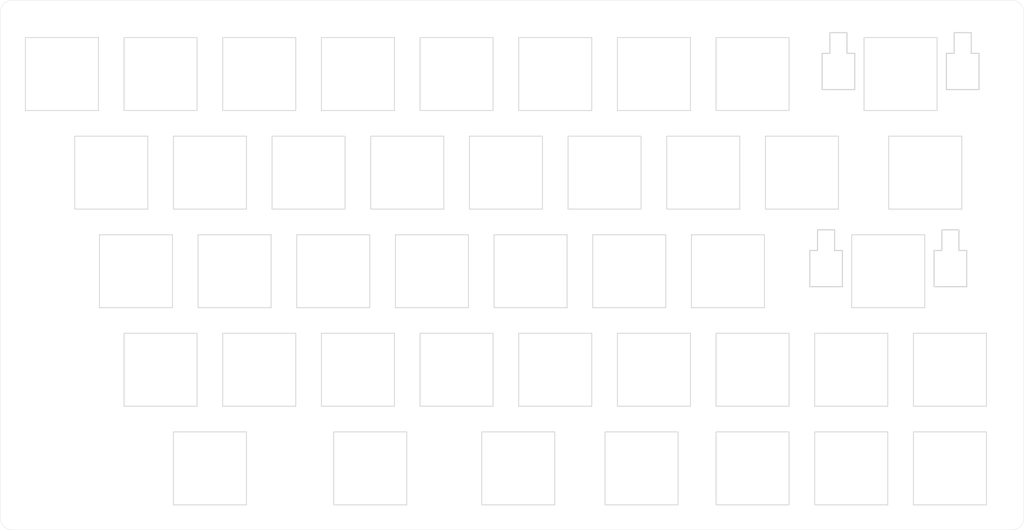
<source format=kicad_pcb>
(kicad_pcb (version 20240108) (generator "pcbnew") (generator_version "8.0")
  (layers (0 "F.Cu" signal) (31 "B.Cu" signal) (34 "B.Paste" user) (35 "F.Paste" user) (36 "B.SilkS" user "B.Silkscreen") (37 "F.SilkS" user "F.Silkscreen") (38 "B.Mask" user) (39 "F.Mask" user) (44 "Edge.Cuts" user))
  (net 0 "")
  (footprint "kbd_SW_Hole:SW_Hole_1u" (layer "F.Cu") (at 190.5 57.15)
    (property "Reference" "SW73" (hide yes))
    (property "Value" "SW_Push" (hide yes))
    (fp_line (start -7.05 -7.05) (end 7.05 -7.05) (stroke (width 0.15)) (layer "Edge.Cuts"))
    (fp_line (start -7.05 7.05) (end -7.05 -7.05) (stroke (width 0.15)) (layer "Edge.Cuts"))
    (fp_line (start 7.05 -7.05) (end 7.05 7.05) (stroke (width 0.15)) (layer "Edge.Cuts"))
    (fp_line (start 7.05 7.05) (end -7.05 7.05) (stroke (width 0.15)) (layer "Edge.Cuts"))
  )
  (footprint "kbd_SW_Hole:SW_Hole_1u" (layer "F.Cu") (at 85.725 57.15)
    (property "Reference" "SW49" (hide yes))
    (property "Value" "SW_Push" (hide yes))
    (fp_line (start -7.05 -7.05) (end 7.05 -7.05) (stroke (width 0.15)) (layer "Edge.Cuts"))
    (fp_line (start -7.05 7.05) (end -7.05 -7.05) (stroke (width 0.15)) (layer "Edge.Cuts"))
    (fp_line (start 7.05 -7.05) (end 7.05 7.05) (stroke (width 0.15)) (layer "Edge.Cuts"))
    (fp_line (start 7.05 7.05) (end -7.05 7.05) (stroke (width 0.15)) (layer "Edge.Cuts"))
  )
  (footprint "kbd_SW_Hole:SW_Hole_1u" (layer "F.Cu") (at 180.975 133.35)
    (property "Reference" "SW72" (hide yes))
    (property "Value" "SW_Push" (hide yes))
    (fp_line (start -7.05 -7.05) (end 7.05 -7.05) (stroke (width 0.15)) (layer "Edge.Cuts"))
    (fp_line (start -7.05 7.05) (end -7.05 -7.05) (stroke (width 0.15)) (layer "Edge.Cuts"))
    (fp_line (start 7.05 -7.05) (end 7.05 7.05) (stroke (width 0.15)) (layer "Edge.Cuts"))
    (fp_line (start 7.05 7.05) (end -7.05 7.05) (stroke (width 0.15)) (layer "Edge.Cuts"))
  )
  (footprint "kbd_SW_Hole:SW_Hole_1u" (layer "F.Cu") (at 195.2625 76.2)
    (property "Reference" "SW74" (hide yes))
    (property "Value" "SW_Push" (hide yes))
    (fp_line (start -7.05 -7.05) (end 7.05 -7.05) (stroke (width 0.15)) (layer "Edge.Cuts"))
    (fp_line (start -7.05 7.05) (end -7.05 -7.05) (stroke (width 0.15)) (layer "Edge.Cuts"))
    (fp_line (start 7.05 -7.05) (end 7.05 7.05) (stroke (width 0.15)) (layer "Edge.Cuts"))
    (fp_line (start 7.05 7.05) (end -7.05 7.05) (stroke (width 0.15)) (layer "Edge.Cuts"))
  )
  (footprint "kbd_SW_Hole:SW_Hole_1u" (layer "F.Cu") (at 161.925 57.15)
    (property "Reference" "SW68" (hide yes))
    (property "Value" "SW_Push" (hide yes))
    (fp_line (start -7.05 -7.05) (end 7.05 -7.05) (stroke (width 0.15)) (layer "Edge.Cuts"))
    (fp_line (start -7.05 7.05) (end -7.05 -7.05) (stroke (width 0.15)) (layer "Edge.Cuts"))
    (fp_line (start 7.05 -7.05) (end 7.05 7.05) (stroke (width 0.15)) (layer "Edge.Cuts"))
    (fp_line (start 7.05 7.05) (end -7.05 7.05) (stroke (width 0.15)) (layer "Edge.Cuts"))
  )
  (footprint "kbd_SW_Hole:SW_Hole_1u" (layer "F.Cu") (at 57.15 133.35)
    (property "Reference" "SW39" (hide yes))
    (property "Value" "SW_Push" (hide yes))
    (fp_line (start -7.05 -7.05) (end 7.05 -7.05) (stroke (width 0.15)) (layer "Edge.Cuts"))
    (fp_line (start -7.05 7.05) (end -7.05 -7.05) (stroke (width 0.15)) (layer "Edge.Cuts"))
    (fp_line (start 7.05 -7.05) (end 7.05 7.05) (stroke (width 0.15)) (layer "Edge.Cuts"))
    (fp_line (start 7.05 7.05) (end -7.05 7.05) (stroke (width 0.15)) (layer "Edge.Cuts"))
  )
  (footprint "kbd_SW_Hole:SW_Hole_1u" (layer "F.Cu") (at 200.025 114.3)
    (property "Reference" "SW75" (hide yes))
    (property "Value" "SW_Push" (hide yes))
    (fp_line (start -7.05 -7.05) (end 7.05 -7.05) (stroke (width 0.15)) (layer "Edge.Cuts"))
    (fp_line (start -7.05 7.05) (end -7.05 -7.05) (stroke (width 0.15)) (layer "Edge.Cuts"))
    (fp_line (start 7.05 -7.05) (end 7.05 7.05) (stroke (width 0.15)) (layer "Edge.Cuts"))
    (fp_line (start 7.05 7.05) (end -7.05 7.05) (stroke (width 0.15)) (layer "Edge.Cuts"))
  )
  (footprint "kbd_Hole:m2_Screw_Hole" (layer "F.Cu") (at 142.875 85.725)
    (property "Reference" "Ref**")
    (property "Value" "Val**" (hide yes))
    (pad "" np_thru_hole circle (at 0 0) (size 2.2 2.2) (drill 2.2) (layers "*.Cu" "*.Mask"))
  )
  (footprint "kbd_SW_Hole:SW_Hole_1u" (layer "F.Cu") (at 119.0625 95.25)
    (property "Reference" "SW56" (hide yes))
    (property "Value" "SW_Push" (hide yes))
    (fp_line (start -7.05 -7.05) (end 7.05 -7.05) (stroke (width 0.15)) (layer "Edge.Cuts"))
    (fp_line (start -7.05 7.05) (end -7.05 -7.05) (stroke (width 0.15)) (layer "Edge.Cuts"))
    (fp_line (start 7.05 -7.05) (end 7.05 7.05) (stroke (width 0.15)) (layer "Edge.Cuts"))
    (fp_line (start 7.05 7.05) (end -7.05 7.05) (stroke (width 0.15)) (layer "Edge.Cuts"))
  )
  (footprint "kbd_SW_Hole:SW_Hole_1u" (layer "F.Cu") (at 88.10625 133.35)
    (property "Reference" "SW48" (hide yes))
    (property "Value" "SW_Push" (hide yes))
    (fp_line (start -7.05 -7.05) (end 7.05 -7.05) (stroke (width 0.15)) (layer "Edge.Cuts"))
    (fp_line (start -7.05 7.05) (end -7.05 -7.05) (stroke (width 0.15)) (layer "Edge.Cuts"))
    (fp_line (start 7.05 -7.05) (end 7.05 7.05) (stroke (width 0.15)) (layer "Edge.Cuts"))
    (fp_line (start 7.05 7.05) (end -7.05 7.05) (stroke (width 0.15)) (layer "Edge.Cuts"))
  )
  (footprint "kbd_SW_Hole:SW_Hole_1u" (layer "F.Cu") (at 47.625 57.15)
    (property "Reference" "SW40" (hide yes))
    (property "Value" "SW_Push" (hide yes))
    (fp_line (start -7.05 -7.05) (end 7.05 -7.05) (stroke (width 0.15)) (layer "Edge.Cuts"))
    (fp_line (start -7.05 7.05) (end -7.05 -7.05) (stroke (width 0.15)) (layer "Edge.Cuts"))
    (fp_line (start 7.05 -7.05) (end 7.05 7.05) (stroke (width 0.15)) (layer "Edge.Cuts"))
    (fp_line (start 7.05 7.05) (end -7.05 7.05) (stroke (width 0.15)) (layer "Edge.Cuts"))
  )
  (footprint "kbd_SW_Hole:SW_Hole_1u" (layer "F.Cu") (at 114.3 76.2)
    (property "Reference" "SW55" (hide yes))
    (property "Value" "SW_Push" (hide yes))
    (fp_line (start -7.05 -7.05) (end 7.05 -7.05) (stroke (width 0.15)) (layer "Edge.Cuts"))
    (fp_line (start -7.05 7.05) (end -7.05 -7.05) (stroke (width 0.15)) (layer "Edge.Cuts"))
    (fp_line (start 7.05 -7.05) (end 7.05 7.05) (stroke (width 0.15)) (layer "Edge.Cuts"))
    (fp_line (start 7.05 7.05) (end -7.05 7.05) (stroke (width 0.15)) (layer "Edge.Cuts"))
  )
  (footprint "kbd_SW_Hole:SW_Hole_1u" (layer "F.Cu") (at 66.675 57.15)
    (property "Reference" "SW44" (hide yes))
    (property "Value" "SW_Push" (hide yes))
    (fp_line (start -7.05 -7.05) (end 7.05 -7.05) (stroke (width 0.15)) (layer "Edge.Cuts"))
    (fp_line (start -7.05 7.05) (end -7.05 -7.05) (stroke (width 0.15)) (layer "Edge.Cuts"))
    (fp_line (start 7.05 -7.05) (end 7.05 7.05) (stroke (width 0.15)) (layer "Edge.Cuts"))
    (fp_line (start 7.05 7.05) (end -7.05 7.05) (stroke (width 0.15)) (layer "Edge.Cuts"))
  )
  (footprint "kbd_SW_Hole:SW_Hole_1u" (layer "F.Cu") (at 100.0125 95.25)
    (property "Reference" "SW51" (hide yes))
    (property "Value" "SW_Push" (hide yes))
    (fp_line (start -7.05 -7.05) (end 7.05 -7.05) (stroke (width 0.15)) (layer "Edge.Cuts"))
    (fp_line (start -7.05 7.05) (end -7.05 -7.05) (stroke (width 0.15)) (layer "Edge.Cuts"))
    (fp_line (start 7.05 -7.05) (end 7.05 7.05) (stroke (width 0.15)) (layer "Edge.Cuts"))
    (fp_line (start 7.05 7.05) (end -7.05 7.05) (stroke (width 0.15)) (layer "Edge.Cuts"))
  )
  (footprint "kbd_SW_Hole:SW_Hole_1u" (layer "F.Cu") (at 104.775 114.3)
    (property "Reference" "SW52" (hide yes))
    (property "Value" "SW_Push" (hide yes))
    (fp_line (start -7.05 -7.05) (end 7.05 -7.05) (stroke (width 0.15)) (layer "Edge.Cuts"))
    (fp_line (start -7.05 7.05) (end -7.05 -7.05) (stroke (width 0.15)) (layer "Edge.Cuts"))
    (fp_line (start 7.05 -7.05) (end 7.05 7.05) (stroke (width 0.15)) (layer "Edge.Cuts"))
    (fp_line (start 7.05 7.05) (end -7.05 7.05) (stroke (width 0.15)) (layer "Edge.Cuts"))
  )
  (footprint "kbd_Hole:m2_Screw_Hole" (layer "F.Cu") (at 90.4875 104.775)
    (property "Reference" "Ref**")
    (property "Value" "Val**" (hide yes))
    (pad "" np_thru_hole circle (at 0 0) (size 2.2 2.2) (drill 2.2) (layers "*.Cu" "*.Mask"))
  )
  (footprint "kbd_SW_Hole:SW_Hole_1u" (layer "F.Cu") (at 152.4 76.2)
    (property "Reference" "SW64" (hide yes))
    (property "Value" "SW_Push" (hide yes))
    (fp_line (start -7.05 -7.05) (end 7.05 -7.05) (stroke (width 0.15)) (layer "Edge.Cuts"))
    (fp_line (start -7.05 7.05) (end -7.05 -7.05) (stroke (width 0.15)) (layer "Edge.Cuts"))
    (fp_line (start 7.05 -7.05) (end 7.05 7.05) (stroke (width 0.15)) (layer "Edge.Cuts"))
    (fp_line (start 7.05 7.05) (end -7.05 7.05) (stroke (width 0.15)) (layer "Edge.Cuts"))
  )
  (footprint "kbd_SW_Hole:SW_Hole_1u" (layer "F.Cu") (at 42.8625 95.25)
    (property "Reference" "SW37" (hide yes))
    (property "Value" "SW_Push" (hide yes))
    (fp_line (start -7.05 -7.05) (end 7.05 -7.05) (stroke (width 0.15)) (layer "Edge.Cuts"))
    (fp_line (start -7.05 7.05) (end -7.05 -7.05) (stroke (width 0.15)) (layer "Edge.Cuts"))
    (fp_line (start 7.05 -7.05) (end 7.05 7.05) (stroke (width 0.15)) (layer "Edge.Cuts"))
    (fp_line (start 7.05 7.05) (end -7.05 7.05) (stroke (width 0.15)) (layer "Edge.Cuts"))
  )
  (footprint "kbd_SW_Hole:SW_Hole_1u" (layer "F.Cu") (at 138.1125 95.25)
    (property "Reference" "SW60" (hide yes))
    (property "Value" "SW_Push" (hide yes))
    (fp_line (start -7.05 -7.05) (end 7.05 -7.05) (stroke (width 0.15)) (layer "Edge.Cuts"))
    (fp_line (start -7.05 7.05) (end -7.05 -7.05) (stroke (width 0.15)) (layer "Edge.Cuts"))
    (fp_line (start 7.05 -7.05) (end 7.05 7.05) (stroke (width 0.15)) (layer "Edge.Cuts"))
    (fp_line (start 7.05 7.05) (end -7.05 7.05) (stroke (width 0.15)) (layer "Edge.Cuts"))
  )
  (footprint "kbd_SW_Hole:SW_Hole_1u" (layer "F.Cu") (at 161.925 114.3)
    (property "Reference" "SW66" (hide yes))
    (property "Value" "SW_Push" (hide yes))
    (fp_line (start -7.05 -7.05) (end 7.05 -7.05) (stroke (width 0.15)) (layer "Edge.Cuts"))
    (fp_line (start -7.05 7.05) (end -7.05 -7.05) (stroke (width 0.15)) (layer "Edge.Cuts"))
    (fp_line (start 7.05 -7.05) (end 7.05 7.05) (stroke (width 0.15)) (layer "Edge.Cuts"))
    (fp_line (start 7.05 7.05) (end -7.05 7.05) (stroke (width 0.15)) (layer "Edge.Cuts"))
  )
  (footprint "kbd_SW_Hole:SW_Hole_1u" (layer "F.Cu") (at 123.825 57.15)
    (property "Reference" "SW58" (hide yes))
    (property "Value" "SW_Push" (hide yes))
    (fp_line (start -7.05 -7.05) (end 7.05 -7.05) (stroke (width 0.15)) (layer "Edge.Cuts"))
    (fp_line (start -7.05 7.05) (end -7.05 -7.05) (stroke (width 0.15)) (layer "Edge.Cuts"))
    (fp_line (start 7.05 -7.05) (end 7.05 7.05) (stroke (width 0.15)) (layer "Edge.Cuts"))
    (fp_line (start 7.05 7.05) (end -7.05 7.05) (stroke (width 0.15)) (layer "Edge.Cuts"))
  )
  (footprint "kbd_SW_Hole:SW_Hole_1u" (layer "F.Cu") (at 47.625 114.3)
    (property "Reference" "SW38" (hide yes))
    (property "Value" "SW_Push" (hide yes))
    (fp_line (start -7.05 -7.05) (end 7.05 -7.05) (stroke (width 0.15)) (layer "Edge.Cuts"))
    (fp_line (start -7.05 7.05) (end -7.05 -7.05) (stroke (width 0.15)) (layer "Edge.Cuts"))
    (fp_line (start 7.05 -7.05) (end 7.05 7.05) (stroke (width 0.15)) (layer "Edge.Cuts"))
    (fp_line (start 7.05 7.05) (end -7.05 7.05) (stroke (width 0.15)) (layer "Edge.Cuts"))
  )
  (footprint "kbd_SW_Hole:SW_Hole_1u" (layer "F.Cu") (at 57.15 76.2)
    (property "Reference" "SW41" (hide yes))
    (property "Value" "SW_Push" (hide yes))
    (fp_line (start -7.05 -7.05) (end 7.05 -7.05) (stroke (width 0.15)) (layer "Edge.Cuts"))
    (fp_line (start -7.05 7.05) (end -7.05 -7.05) (stroke (width 0.15)) (layer "Edge.Cuts"))
    (fp_line (start 7.05 -7.05) (end 7.05 7.05) (stroke (width 0.15)) (layer "Edge.Cuts"))
    (fp_line (start 7.05 7.05) (end -7.05 7.05) (stroke (width 0.15)) (layer "Edge.Cuts"))
  )
  (footprint "kbd_SW_Hole:SW_Hole_1u" (layer "F.Cu") (at 200.025 133.35)
    (property "Reference" "SW76" (hide yes))
    (property "Value" "SW_Push" (hide yes))
    (fp_line (start -7.05 -7.05) (end 7.05 -7.05) (stroke (width 0.15)) (layer "Edge.Cuts"))
    (fp_line (start -7.05 7.05) (end -7.05 -7.05) (stroke (width 0.15)) (layer "Edge.Cuts"))
    (fp_line (start 7.05 -7.05) (end 7.05 7.05) (stroke (width 0.15)) (layer "Edge.Cuts"))
    (fp_line (start 7.05 7.05) (end -7.05 7.05) (stroke (width 0.15)) (layer "Edge.Cuts"))
  )
  (footprint "kbd_SW_Hole:SW_Hole_1u" (layer "F.Cu") (at 188.11875 95.25)
    (property "Reference" "SW70" (hide yes))
    (property "Value" "SW_Push" (hide yes))
    (fp_line (start -7.05 -7.05) (end 7.05 -7.05) (stroke (width 0.15)) (layer "Edge.Cuts"))
    (fp_line (start -7.05 7.05) (end -7.05 -7.05) (stroke (width 0.15)) (layer "Edge.Cuts"))
    (fp_line (start 7.05 -7.05) (end 7.05 7.05) (stroke (width 0.15)) (layer "Edge.Cuts"))
    (fp_line (start 7.05 7.05) (end -7.05 7.05) (stroke (width 0.15)) (layer "Edge.Cuts"))
  )
  (footprint "kbd_SW_Hole:SW_Hole_1u" (layer "F.Cu") (at 80.9625 95.25)
    (property "Reference" "SW46" (hide yes))
    (property "Value" "SW_Push" (hide yes))
    (fp_line (start -7.05 -7.05) (end 7.05 -7.05) (stroke (width 0.15)) (layer "Edge.Cuts"))
    (fp_line (start -7.05 7.05) (end -7.05 -7.05) (stroke (width 0.15)) (layer "Edge.Cuts"))
    (fp_line (start 7.05 -7.05) (end 7.05 7.05) (stroke (width 0.15)) (layer "Edge.Cuts"))
    (fp_line (start 7.05 7.05) (end -7.05 7.05) (stroke (width 0.15)) (layer "Edge.Cuts"))
  )
  (footprint "kbd_SW_Hole:SW_Hole_1u" (layer "F.Cu") (at 142.875 57.15)
    (property "Reference" "SW63" (hide yes))
    (property "Value" "SW_Push" (hide yes))
    (fp_line (start -7.05 -7.05) (end 7.05 -7.05) (stroke (width 0.15)) (layer "Edge.Cuts"))
    (fp_line (start -7.05 7.05) (end -7.05 -7.05) (stroke (width 0.15)) (layer "Edge.Cuts"))
    (fp_line (start 7.05 -7.05) (end 7.05 7.05) (stroke (width 0.15)) (layer "Edge.Cuts"))
    (fp_line (start 7.05 7.05) (end -7.05 7.05) (stroke (width 0.15)) (layer "Edge.Cuts"))
  )
  (footprint "kbd_SW_Hole:SW_Hole_1u" (layer "F.Cu") (at 171.45 76.2)
    (property "Reference" "SW69" (hide yes))
    (property "Value" "SW_Push" (hide yes))
    (fp_line (start -7.05 -7.05) (end 7.05 -7.05) (stroke (width 0.15)) (layer "Edge.Cuts"))
    (fp_line (start -7.05 7.05) (end -7.05 -7.05) (stroke (width 0.15)) (layer "Edge.Cuts"))
    (fp_line (start 7.05 -7.05) (end 7.05 7.05) (stroke (width 0.15)) (layer "Edge.Cuts"))
    (fp_line (start 7.05 7.05) (end -7.05 7.05) (stroke (width 0.15)) (layer "Edge.Cuts"))
  )
  (footprint "kbd_SW_Hole:SW_Hole_1u" (layer "F.Cu") (at 95.25 76.2)
    (property "Reference" "SW50" (hide yes))
    (property "Value" "SW_Push" (hide yes))
    (fp_line (start -7.05 -7.05) (end 7.05 -7.05) (stroke (width 0.15)) (layer "Edge.Cuts"))
    (fp_line (start -7.05 7.05) (end -7.05 -7.05) (stroke (width 0.15)) (layer "Edge.Cuts"))
    (fp_line (start 7.05 -7.05) (end 7.05 7.05) (stroke (width 0.15)) (layer "Edge.Cuts"))
    (fp_line (start 7.05 7.05) (end -7.05 7.05) (stroke (width 0.15)) (layer "Edge.Cuts"))
  )
  (footprint "kbd_SW_Hole:Stab_Hole_Choc_2u_Top" (layer "F.Cu") (at 190.5 57.15)
    (property "Reference" "SW66" (hide yes))
    (property "Value" "SW_PUSH" (hide yes))
    (fp_line (start -15.15 -4) (end -15.15 3) (stroke (width 0.2)) (layer "Edge.Cuts"))
    (fp_line (start -13.65 -8) (end -13.65 -4) (stroke (width 0.2)) (layer "Edge.Cuts"))
    (fp_line (start -13.65 -8) (end -10.35 -8) (stroke (width 0.2)) (layer "Edge.Cuts"))
    (fp_line (start -13.65 -4) (end -15.15 -4) (stroke (width 0.2)) (layer "Edge.Cuts"))
    (fp_line (start -10.35 -8) (end -10.35 -4) (stroke (width 0.2)) (layer "Edge.Cuts"))
    (fp_line (start -10.35 -4) (end -8.85 -4) (stroke (width 0.2)) (layer "Edge.Cuts"))
    (fp_line (start -8.85 -4) (end -8.85 3) (stroke (width 0.2)) (layer "Edge.Cuts"))
    (fp_line (start -8.85 3) (end -15.15 3) (stroke (width 0.2)) (layer "Edge.Cuts"))
    (fp_line (start 8.85 -4) (end 8.85 3) (stroke (width 0.2)) (layer "Edge.Cuts"))
    (fp_line (start 10.35 -8) (end 10.35 -4) (stroke (width 0.2)) (layer "Edge.Cuts"))
    (fp_line (start 10.35 -8) (end 13.65 -8) (stroke (width 0.2)) (layer "Edge.Cuts"))
    (fp_line (start 10.35 -4) (end 8.85 -4) (stroke (width 0.2)) (layer "Edge.Cuts"))
    (fp_line (start 13.65 -8) (end 13.65 -4) (stroke (width 0.2)) (layer "Edge.Cuts"))
    (fp_line (start 13.65 -4) (end 15.15 -4) (stroke (width 0.2)) (layer "Edge.Cuts"))
    (fp_line (start 15.15 -4) (end 15.15 3) (stroke (width 0.2)) (layer "Edge.Cuts"))
    (fp_line (start 15.15 3) (end 8.85 3) (stroke (width 0.2)) (layer "Edge.Cuts"))
  )
  (footprint "kbd_Hole:m2_Screw_Hole" (layer "F.Cu") (at 23.8125 140.49375)
    (property "Reference" "Ref**")
    (property "Value" "Val**")
    (pad "" np_thru_hole circle (at 0 0) (size 2.2 2.2) (drill 2.2) (layers "*.Cu" "*.Mask"))
  )
  (footprint "kbd_SW_Hole:SW_Hole_1u" (layer "F.Cu") (at 133.35 76.2)
    (property "Reference" "SW59" (hide yes))
    (property "Value" "SW_Push" (hide yes))
    (fp_line (start -7.05 -7.05) (end 7.05 -7.05) (stroke (width 0.15)) (layer "Edge.Cuts"))
    (fp_line (start -7.05 7.05) (end -7.05 -7.05) (stroke (width 0.15)) (layer "Edge.Cuts"))
    (fp_line (start 7.05 -7.05) (end 7.05 7.05) (stroke (width 0.15)) (layer "Edge.Cuts"))
    (fp_line (start 7.05 7.05) (end -7.05 7.05) (stroke (width 0.15)) (layer "Edge.Cuts"))
  )
  (footprint "kbd_SW_Hole:SW_Hole_1u" (layer "F.Cu") (at 28.575 57.15)
    (property "Reference" "SW36" (hide yes))
    (property "Value" "SW_Push" (hide yes))
    (fp_line (start -7.05 -7.05) (end 7.05 -7.05) (stroke (width 0.15)) (layer "Edge.Cuts"))
    (fp_line (start -7.05 7.05) (end -7.05 -7.05) (stroke (width 0.15)) (layer "Edge.Cuts"))
    (fp_line (start 7.05 -7.05) (end 7.05 7.05) (stroke (width 0.15)) (layer "Edge.Cuts"))
    (fp_line (start 7.05 7.05) (end -7.05 7.05) (stroke (width 0.15)) (layer "Edge.Cuts"))
  )
  (footprint "kbd_SW_Hole:SW_Hole_1u" (layer "F.Cu") (at 157.1625 95.25)
    (property "Reference" "SW65" (hide yes))
    (property "Value" "SW_Push" (hide yes))
    (fp_line (start -7.05 -7.05) (end 7.05 -7.05) (stroke (width 0.15)) (layer "Edge.Cuts"))
    (fp_line (start -7.05 7.05) (end -7.05 -7.05) (stroke (width 0.15)) (layer "Edge.Cuts"))
    (fp_line (start 7.05 -7.05) (end 7.05 7.05) (stroke (width 0.15)) (layer "Edge.Cuts"))
    (fp_line (start 7.05 7.05) (end -7.05 7.05) (stroke (width 0.15)) (layer "Edge.Cuts"))
  )
  (footprint "kbd_SW_Hole:SW_Hole_1u" (layer "F.Cu") (at 61.9125 95.25)
    (property "Reference" "SW42" (hide yes))
    (property "Value" "SW_Push" (hide yes))
    (fp_line (start -7.05 -7.05) (end 7.05 -7.05) (stroke (width 0.15)) (layer "Edge.Cuts"))
    (fp_line (start -7.05 7.05) (end -7.05 -7.05) (stroke (width 0.15)) (layer "Edge.Cuts"))
    (fp_line (start 7.05 -7.05) (end 7.05 7.05) (stroke (width 0.15)) (layer "Edge.Cuts"))
    (fp_line (start 7.05 7.05) (end -7.05 7.05) (stroke (width 0.15)) (layer "Edge.Cuts"))
  )
  (footprint "kbd_SW_Hole:SW_Hole_1u" (layer "F.Cu") (at 104.775 57.15)
    (property "Reference" "SW54" (hide yes))
    (property "Value" "SW_Push" (hide yes))
    (fp_line (start -7.05 -7.05) (end 7.05 -7.05) (stroke (width 0.15)) (layer "Edge.Cuts"))
    (fp_line (start -7.05 7.05) (end -7.05 -7.05) (stroke (width 0.15)) (layer "Edge.Cuts"))
    (fp_line (start 7.05 -7.05) (end 7.05 7.05) (stroke (width 0.15)) (layer "Edge.Cuts"))
    (fp_line (start 7.05 7.05) (end -7.05 7.05) (stroke (width 0.15)) (layer "Edge.Cuts"))
  )
  (footprint "kbd_SW_Hole:SW_Hole_1u" (layer "F.Cu") (at 142.875 114.3)
    (property "Reference" "SW61" (hide yes))
    (property "Value" "SW_Push" (hide yes))
    (fp_line (start -7.05 -7.05) (end 7.05 -7.05) (stroke (width 0.15)) (layer "Edge.Cuts"))
    (fp_line (start -7.05 7.05) (end -7.05 -7.05) (stroke (width 0.15)) (layer "Edge.Cuts"))
    (fp_line (start 7.05 -7.05) (end 7.05 7.05) (stroke (width 0.15)) (layer "Edge.Cuts"))
    (fp_line (start 7.05 7.05) (end -7.05 7.05) (stroke (width 0.15)) (layer "Edge.Cuts"))
  )
  (footprint "kbd_SW_Hole:SW_Hole_1u" (layer "F.Cu") (at 123.825 114.3)
    (property "Reference" "SW57" (hide yes))
    (property "Value" "SW_Push" (hide yes))
    (fp_line (start -7.05 -7.05) (end 7.05 -7.05) (stroke (width 0.15)) (layer "Edge.Cuts"))
    (fp_line (start -7.05 7.05) (end -7.05 -7.05) (stroke (width 0.15)) (layer "Edge.Cuts"))
    (fp_line (start 7.05 -7.05) (end 7.05 7.05) (stroke (width 0.15)) (layer "Edge.Cuts"))
    (fp_line (start 7.05 7.05) (end -7.05 7.05) (stroke (width 0.15)) (layer "Edge.Cuts"))
  )
  (footprint "kbd_SW_Hole:SW_Hole_1u" (layer "F.Cu") (at 140.49375 133.35)
    (property "Reference" "SW62" (hide yes))
    (property "Value" "SW_Push" (hide yes))
    (fp_line (start -7.05 -7.05) (end 7.05 -7.05) (stroke (width 0.15)) (layer "Edge.Cuts"))
    (fp_line (start -7.05 7.05) (end -7.05 -7.05) (stroke (width 0.15)) (layer "Edge.Cuts"))
    (fp_line (start 7.05 -7.05) (end 7.05 7.05) (stroke (width 0.15)) (layer "Edge.Cuts"))
    (fp_line (start 7.05 7.05) (end -7.05 7.05) (stroke (width 0.15)) (layer "Edge.Cuts"))
  )
  (footprint "kbd_SW_Hole:SW_Hole_1u" (layer "F.Cu") (at 161.925 133.35)
    (property "Reference" "SW67" (hide yes))
    (property "Value" "SW_Push" (hide yes))
    (fp_line (start -7.05 -7.05) (end 7.05 -7.05) (stroke (width 0.15)) (layer "Edge.Cuts"))
    (fp_line (start -7.05 7.05) (end -7.05 -7.05) (stroke (width 0.15)) (layer "Edge.Cuts"))
    (fp_line (start 7.05 -7.05) (end 7.05 7.05) (stroke (width 0.15)) (layer "Edge.Cuts"))
    (fp_line (start 7.05 7.05) (end -7.05 7.05) (stroke (width 0.15)) (layer "Edge.Cuts"))
  )
  (footprint "kbd_SW_Hole:SW_Hole_1u" (layer "F.Cu") (at 38.1 76.2)
    (property "Reference" "Trackball1" (hide yes))
    (property "Value" "az1uball" (hide yes))
    (fp_line (start -7.05 -7.05) (end 7.05 -7.05) (stroke (width 0.15)) (layer "Edge.Cuts"))
    (fp_line (start -7.05 7.05) (end -7.05 -7.05) (stroke (width 0.15)) (layer "Edge.Cuts"))
    (fp_line (start 7.05 -7.05) (end 7.05 7.05) (stroke (width 0.15)) (layer "Edge.Cuts"))
    (fp_line (start 7.05 7.05) (end -7.05 7.05) (stroke (width 0.15)) (layer "Edge.Cuts"))
  )
  (footprint "kbd_SW_Hole:SW_Hole_1u" (layer "F.Cu") (at 76.2 76.2)
    (property "Reference" "SW45" (hide yes))
    (property "Value" "SW_Push" (hide yes))
    (fp_line (start -7.05 -7.05) (end 7.05 -7.05) (stroke (width 0.15)) (layer "Edge.Cuts"))
    (fp_line (start -7.05 7.05) (end -7.05 -7.05) (stroke (width 0.15)) (layer "Edge.Cuts"))
    (fp_line (start 7.05 -7.05) (end 7.05 7.05) (stroke (width 0.15)) (layer "Edge.Cuts"))
    (fp_line (start 7.05 7.05) (end -7.05 7.05) (stroke (width 0.15)) (layer "Edge.Cuts"))
  )
  (footprint "kbd_SW_Hole:SW_Hole_1u" (layer "F.Cu") (at 66.675 114.3)
    (property "Reference" "SW43" (hide yes))
    (property "Value" "SW_Push" (hide yes))
    (fp_line (start -7.05 -7.05) (end 7.05 -7.05) (stroke (width 0.15)) (layer "Edge.Cuts"))
    (fp_line (start -7.05 7.05) (end -7.05 -7.05) (stroke (width 0.15)) (layer "Edge.Cuts"))
    (fp_line (start 7.05 -7.05) (end 7.05 7.05) (stroke (width 0.15)) (layer "Edge.Cuts"))
    (fp_line (start 7.05 7.05) (end -7.05 7.05) (stroke (width 0.15)) (layer "Edge.Cuts"))
  )
  (footprint "kbd_SW_Hole:SW_Hole_1u" (layer "F.Cu") (at 180.975 114.3)
    (property "Reference" "SW71" (hide yes))
    (property "Value" "SW_Push" (hide yes))
    (fp_line (start -7.05 -7.05) (end 7.05 -7.05) (stroke (width 0.15)) (layer "Edge.Cuts"))
    (fp_line (start -7.05 7.05) (end -7.05 -7.05) (stroke (width 0.15)) (layer "Edge.Cuts"))
    (fp_line (start 7.05 -7.05) (end 7.05 7.05) (stroke (width 0.15)) (layer "Edge.Cuts"))
    (fp_line (start 7.05 7.05) (end -7.05 7.05) (stroke (width 0.15)) (layer "Edge.Cuts"))
  )
  (footprint "kbd_SW_Hole:SW_Hole_1u" (layer "F.Cu") (at 85.725 114.3)
    (property "Reference" "SW47" (hide yes))
    (property "Value" "SW_Push" (hide yes))
    (fp_line (start -7.05 -7.05) (end 7.05 -7.05) (stroke (width 0.15)) (layer "Edge.Cuts"))
    (fp_line (start -7.05 7.05) (end -7.05 -7.05) (stroke (width 0.15)) (layer "Edge.Cuts"))
    (fp_line (start 7.05 -7.05) (end 7.05 7.05) (stroke (width 0.15)) (layer "Edge.Cuts"))
    (fp_line (start 7.05 7.05) (end -7.05 7.05) (stroke (width 0.15)) (layer "Edge.Cuts"))
  )
  (footprint "kbd_Hole:m2_Screw_Hole" (layer "F.Cu") (at 209.55 140.49375)
    (property "Reference" "Ref**")
    (property "Value" "Val**")
    (pad "" np_thru_hole circle (at 0 0) (size 2.2 2.2) (drill 2.2) (layers "*.Cu" "*.Mask"))
  )
  (footprint "kbd_Hole:m2_Screw_Hole" (layer "F.Cu") (at 209.55 47.625)
    (property "Reference" "Ref**")
    (property "Value" "Val**")
    (pad "" np_thru_hole circle (at 0 0) (size 2.2 2.2) (drill 2.2) (layers "*.Cu" "*.Mask"))
  )
  (footprint "kbd_SW_Hole:Stab_Hole_Choc_2u_Top" (layer "F.Cu") (at 188.11875 95.25)
    (property "Reference" "SW66" (hide yes))
    (property "Value" "SW_PUSH" (hide yes))
    (fp_line (start -15.15 -4) (end -15.15 3) (stroke (width 0.2)) (layer "Edge.Cuts"))
    (fp_line (start -13.65 -8) (end -13.65 -4) (stroke (width 0.2)) (layer "Edge.Cuts"))
    (fp_line (start -13.65 -8) (end -10.35 -8) (stroke (width 0.2)) (layer "Edge.Cuts"))
    (fp_line (start -13.65 -4) (end -15.15 -4) (stroke (width 0.2)) (layer "Edge.Cuts"))
    (fp_line (start -10.35 -8) (end -10.35 -4) (stroke (width 0.2)) (layer "Edge.Cuts"))
    (fp_line (start -10.35 -4) (end -8.85 -4) (stroke (width 0.2)) (layer "Edge.Cuts"))
    (fp_line (start -8.85 -4) (end -8.85 3) (stroke (width 0.2)) (layer "Edge.Cuts"))
    (fp_line (start -8.85 3) (end -15.15 3) (stroke (width 0.2)) (layer "Edge.Cuts"))
    (fp_line (start 8.85 -4) (end 8.85 3) (stroke (width 0.2)) (layer "Edge.Cuts"))
    (fp_line (start 10.35 -8) (end 10.35 -4) (stroke (width 0.2)) (layer "Edge.Cuts"))
    (fp_line (start 10.35 -8) (end 13.65 -8) (stroke (width 0.2)) (layer "Edge.Cuts"))
    (fp_line (start 10.35 -4) (end 8.85 -4) (stroke (width 0.2)) (layer "Edge.Cuts"))
    (fp_line (start 13.65 -8) (end 13.65 -4) (stroke (width 0.2)) (layer "Edge.Cuts"))
    (fp_line (start 13.65 -4) (end 15.15 -4) (stroke (width 0.2)) (layer "Edge.Cuts"))
    (fp_line (start 15.15 -4) (end 15.15 3) (stroke (width 0.2)) (layer "Edge.Cuts"))
    (fp_line (start 15.15 3) (end 8.85 3) (stroke (width 0.2)) (layer "Edge.Cuts"))
  )
  (footprint "kbd_Hole:m2_Screw_Hole" (layer "F.Cu") (at 23.8125 47.625)
    (property "Reference" "Ref**")
    (property "Value" "Val**")
    (pad "" np_thru_hole circle (at 0 0) (size 2.2 2.2) (drill 2.2) (layers "*.Cu" "*.Mask"))
  )
  (footprint "kbd_SW_Hole:SW_Hole_1u" (layer "F.Cu") (at 116.68125 133.35)
    (property "Reference" "SW53" (hide yes))
    (property "Value" "SW_Push" (hide yes))
    (fp_line (start -7.05 -7.05) (end 7.05 -7.05) (stroke (width 0.15)) (layer "Edge.Cuts"))
    (fp_line (start -7.05 7.05) (end -7.05 -7.05) (stroke (width 0.15)) (layer "Edge.Cuts"))
    (fp_line (start 7.05 -7.05) (end 7.05 7.05) (stroke (width 0.15)) (layer "Edge.Cuts"))
    (fp_line (start 7.05 7.05) (end -7.05 7.05) (stroke (width 0.15)) (layer "Edge.Cuts"))
  )
  (gr_line (start 211.93125 145.25625) (end 19.05 145.25625) (stroke (width 0.05)) (layer "Edge.Cuts"))
  (gr_arc (start 16.66875 45.24375) (mid 17.366202 43.559952) (end 19.05 42.8625) (stroke (width 0.05)) (layer "Edge.Cuts"))
  (gr_arc (start 19.05 145.25625) (mid 17.366202 144.558798) (end 16.66875 142.875) (stroke (width 0.05)) (layer "Edge.Cuts"))
  (gr_line (start 16.66875 142.875) (end 16.66875 45.24375) (stroke (width 0.05)) (layer "Edge.Cuts"))
  (gr_line (start 214.3125 45.24375) (end 214.3125 142.875) (stroke (width 0.05)) (layer "Edge.Cuts"))
  (gr_line (start 211.93125 42.8625) (end 19.05 42.8625) (stroke (width 0.05)) (layer "Edge.Cuts"))
  (gr_arc (start 214.3125 142.875) (mid 213.615048 144.558798) (end 211.93125 145.25625) (stroke (width 0.05)) (layer "Edge.Cuts"))
  (gr_arc (start 211.9312 42.86255) (mid 213.615013 43.559987) (end 214.31245 45.2438) (stroke (width 0.05)) (layer "Edge.Cuts"))
)
</source>
